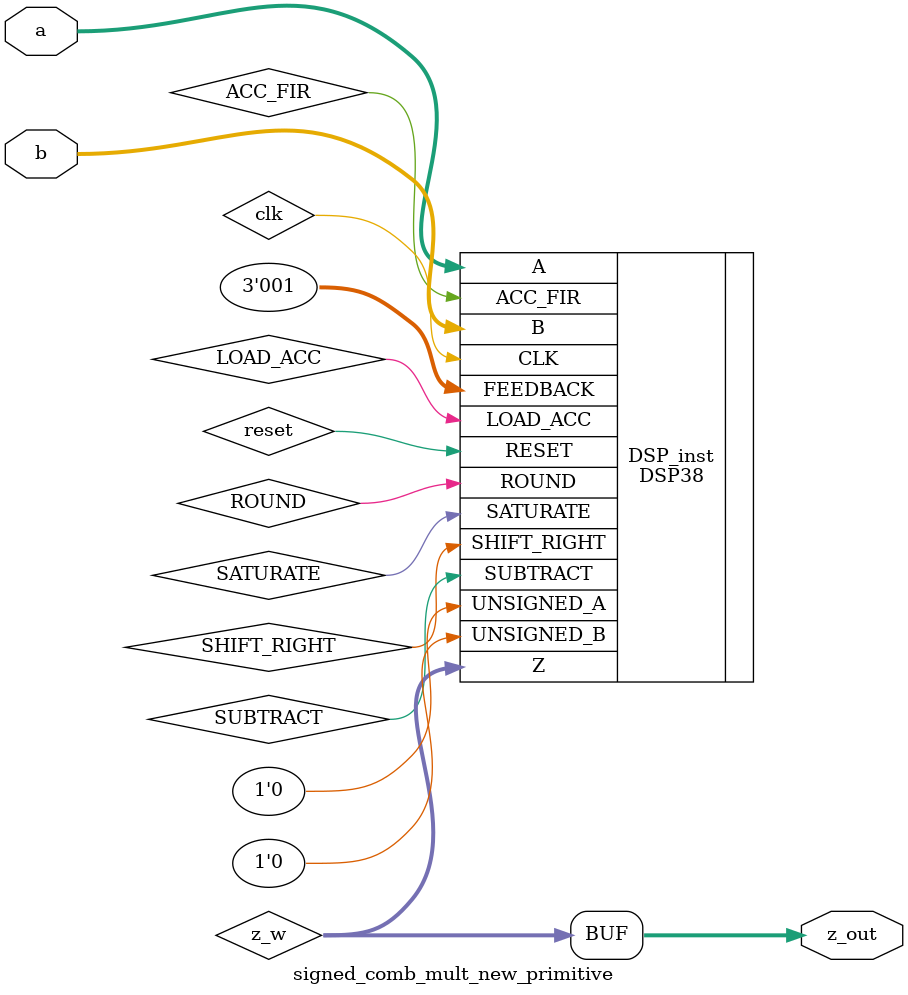
<source format=v>
module signed_comb_mult_new_primitive (
	input  wire [19:0] a,
    input  wire [17:0] b,
    output wire [37:0] z_out
    );

    parameter [79:0] MODE_BITS = 80'd0;
   
    wire [37:0] z_w;

DSP38 #(
  .DSP_MODE("MULTIPLY"), // DSp arithmetic mode (MULTIPLY/MULTIPLY_ADD_SUB/MULTIPLY_ACCUMULATE)
  .COEFF_0(20'h00000), // 20-bit A input coefficient 0
  .COEFF_1(20'h00000), // 20-bit A input coefficient 1
  .COEFF_2(20'h00000), // 20-bit A input coefficient 2
  .COEFF_3(20'h00000), // 20-bit A input coefficient 3
  .OUTPUT_REG_EN("FALSE"), // Enable output register (TRUE/FALSE)
  .INPUT_REG_EN("FALSE") // Enable input register (TRUE/FALSE)
) DSP_inst(
  .A(a), // 20-bit data input for multipluier or accumulator loading
  .B(b), // 18-bit data input for multiplication
  .ACC_FIR(ACC_FIR), // 6-bit left shift A input
  .Z(z_w), // 38-bit data output
  .CLK(clk), // Clock
  .RESET(reset), // None
  .FEEDBACK(3'd1), // 3-bit feedback input selects coefficient
  .LOAD_ACC(LOAD_ACC), // Load accumulator input
  .SATURATE(SATURATE), // Saturate enable
  .SHIFT_RIGHT(SHIFT_RIGHT), // 6-bit Shift right
  .ROUND(ROUND), // Round
  .SUBTRACT(SUBTRACT), // Add or subtract
  .UNSIGNED_A (1'b0), // Selects signed or unsigned data for A input
  .UNSIGNED_B (1'b0) 
);
    assign z_out = z_w;

endmodule




</source>
